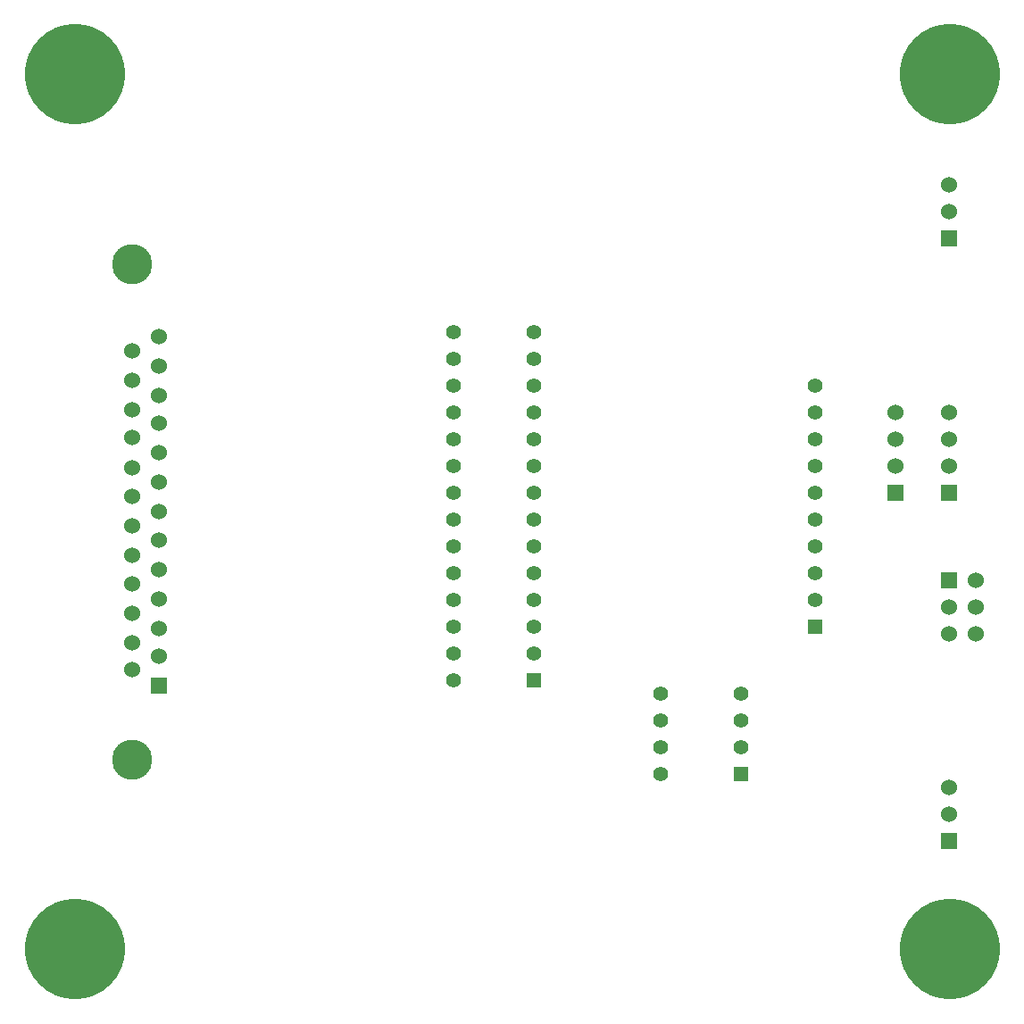
<source format=gbs>
G04 (created by PCBNEW (2013-05-31 BZR 4019)-stable) date 6/28/2014 2:43:39 PM*
%MOIN*%
G04 Gerber Fmt 3.4, Leading zero omitted, Abs format*
%FSLAX34Y34*%
G01*
G70*
G90*
G04 APERTURE LIST*
%ADD10C,0.00590551*%
%ADD11C,0.375*%
%ADD12R,0.06X0.06*%
%ADD13C,0.06*%
%ADD14C,0.15*%
%ADD15R,0.055X0.055*%
%ADD16C,0.055*%
G04 APERTURE END LIST*
G54D10*
G54D11*
X2362Y-2362D03*
X35039Y-2362D03*
X2362Y-35039D03*
X35039Y-35039D03*
G54D12*
X35000Y-18000D03*
G54D13*
X35000Y-17000D03*
X35000Y-16000D03*
X35000Y-15000D03*
G54D12*
X35000Y-21250D03*
G54D13*
X36000Y-21250D03*
X35000Y-22250D03*
X36000Y-22250D03*
X35000Y-23250D03*
X36000Y-23250D03*
G54D14*
X4500Y-9450D03*
X4500Y-27950D03*
G54D12*
X5500Y-25200D03*
G54D13*
X5500Y-24100D03*
X5500Y-23050D03*
X5500Y-21950D03*
X5500Y-20850D03*
X5500Y-19750D03*
X5500Y-18700D03*
X5500Y-17600D03*
X5500Y-16500D03*
X5500Y-15400D03*
X5500Y-14350D03*
X5500Y-13250D03*
X5500Y-12150D03*
X4500Y-24580D03*
X4500Y-23580D03*
X4500Y-22480D03*
X4500Y-21400D03*
X4500Y-20320D03*
X4500Y-19220D03*
X4500Y-18140D03*
X4500Y-17060D03*
X4500Y-15940D03*
X4500Y-14880D03*
X4500Y-13800D03*
X4500Y-12700D03*
G54D15*
X30000Y-23000D03*
G54D16*
X30000Y-22000D03*
X30000Y-21000D03*
X30000Y-20000D03*
X30000Y-19000D03*
X30000Y-18000D03*
X30000Y-17000D03*
X30000Y-16000D03*
X30000Y-15000D03*
X30000Y-14000D03*
G54D12*
X33000Y-18000D03*
G54D13*
X33000Y-17000D03*
X33000Y-16000D03*
X33000Y-15000D03*
G54D12*
X35000Y-8500D03*
G54D13*
X35000Y-7500D03*
X35000Y-6500D03*
G54D12*
X35000Y-31000D03*
G54D13*
X35000Y-30000D03*
X35000Y-29000D03*
G54D15*
X27250Y-28500D03*
G54D16*
X27250Y-27500D03*
X27250Y-26500D03*
X27250Y-25500D03*
X24250Y-25500D03*
X24250Y-26500D03*
X24250Y-27500D03*
X24250Y-28500D03*
X19500Y-24000D03*
X19500Y-23000D03*
X19500Y-22000D03*
X19500Y-21000D03*
X19500Y-20000D03*
X19500Y-19000D03*
X19500Y-18000D03*
X19500Y-17000D03*
X19500Y-16000D03*
X19500Y-15000D03*
X19500Y-14000D03*
X19500Y-13000D03*
X19500Y-12000D03*
G54D15*
X19500Y-25000D03*
G54D16*
X16500Y-12000D03*
X16500Y-13000D03*
X16500Y-14000D03*
X16500Y-15000D03*
X16500Y-16000D03*
X16500Y-17000D03*
X16500Y-18000D03*
X16500Y-19000D03*
X16500Y-20000D03*
X16500Y-21000D03*
X16500Y-22000D03*
X16500Y-23000D03*
X16500Y-24000D03*
X16500Y-25000D03*
M02*

</source>
